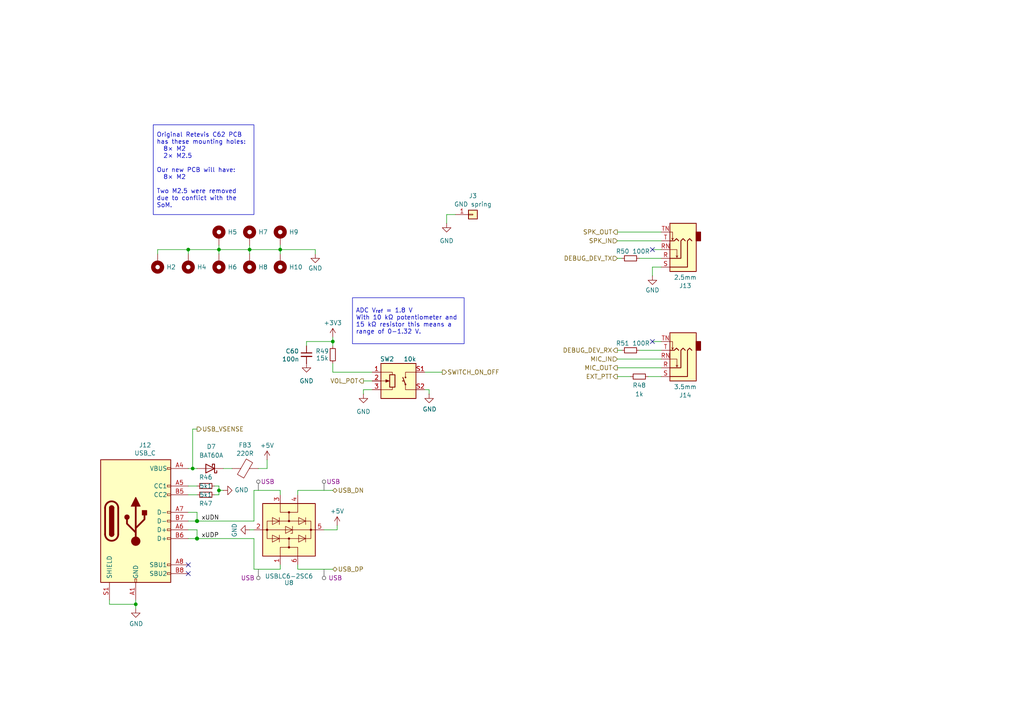
<source format=kicad_sch>
(kicad_sch (version 20250114) (generator "eeschema") (generator_version "9.0")
  (paper "A4")
  (title_block (title "LinHT - Linux-based SDR handheld transceiver") (date "26 July 2025") (rev "A") (company "M17 Foundation") (comment 1 "Author: Wojciech SP5WWP, Andy OE3ANC, Vlastimil OK5VAS"))
  (lib_symbols
    (symbol "Connector:USB_C_Receptacle_USB2.0_16P" (pin_names (offset 1.016))
      (property "Reference" "J" (at 0 22.225 0))
      (property "Value" "USB_C_Receptacle_USB2.0_16P" (at 0 19.685 0))
      (symbol "USB_C_Receptacle_USB2.0_16P_0_0"
        (rectangle (start -0.254 -17.78) (end 0.254 -16.764))
        (rectangle (start 10.16 15.494) (end 9.144 14.986))
        (rectangle (start 10.16 10.414) (end 9.144 9.906))
        (rectangle (start 10.16 7.874) (end 9.144 7.366))
        (rectangle (start 10.16 2.794) (end 9.144 2.286))
        (rectangle (start 10.16 0.254) (end 9.144 -0.254))
        (rectangle (start 10.16 -2.286) (end 9.144 -2.794))
        (rectangle (start 10.16 -4.826) (end 9.144 -5.334))
        (rectangle (start 10.16 -12.446) (end 9.144 -12.954))
        (rectangle (start 10.16 -14.986) (end 9.144 -15.494))
      )
      (symbol "USB_C_Receptacle_USB2.0_16P_0_1"
        (rectangle (start -10.16 17.78) (end 10.16 -17.78) (stroke (width 0.254)) (fill (type background)))
        (polyline (pts (xy -8.89 -3.81) (xy -8.89 3.81)) (stroke (width 0.508)))
        (rectangle (start -7.62 -3.81) (end -6.35 3.81) (stroke (width 0.254)) (fill (type outline)))
        (arc (start -7.62 3.81) (mid -6.985 4.4423) (end -6.35 3.81) (stroke (width 0.254)))
        (arc (start -7.62 3.81) (mid -6.985 4.4423) (end -6.35 3.81) (stroke (width 0.254)) (fill (type outline)))
        (arc (start -8.89 3.81) (mid -6.985 5.7067) (end -5.08 3.81) (stroke (width 0.508)))
        (arc (start -5.08 -3.81) (mid -6.985 -5.7067) (end -8.89 -3.81) (stroke (width 0.508)))
        (arc (start -6.35 -3.81) (mid -6.985 -4.4423) (end -7.62 -3.81) (stroke (width 0.254)))
        (arc (start -6.35 -3.81) (mid -6.985 -4.4423) (end -7.62 -3.81) (stroke (width 0.254)) (fill (type outline)))
        (polyline (pts (xy -5.08 3.81) (xy -5.08 -3.81)) (stroke (width 0.508)))
        (circle (center -2.54 1.143) (radius 0.635) (stroke (width 0.254)) (fill (type outline)))
        (polyline (pts (xy -1.27 4.318) (xy 0 6.858) (xy 1.27 4.318) (xy -1.27 4.318)) (stroke (width 0.254)) (fill (type outline)))
        (polyline (pts (xy 0 -2.032) (xy 2.54 0.508) (xy 2.54 1.778)) (stroke (width 0.508)))
        (polyline (pts (xy 0 -3.302) (xy -2.54 -0.762) (xy -2.54 0.508)) (stroke (width 0.508)))
        (polyline (pts (xy 0 -5.842) (xy 0 4.318)) (stroke (width 0.508)))
        (circle (center 0 -5.842) (radius 1.27) (fill (type outline)))
        (rectangle (start 1.905 1.778) (end 3.175 3.048) (stroke (width 0.254)) (fill (type outline)))
      )
      (symbol "USB_C_Receptacle_USB2.0_16P_1_1"
        (pin passive line (at -7.62 -22.86 90) (length 5.08) (name "SHIELD") (number "S1"))
        (pin passive line (at 0 -22.86 90) (length 5.08) (name "GND") (number "A1"))
        (pin passive line (at 0 -22.86 90) (length 5.08) (hide yes) (name "GND") (number "A12"))
        (pin passive line (at 0 -22.86 90) (length 5.08) (hide yes) (name "GND") (number "B1"))
        (pin passive line (at 0 -22.86 90) (length 5.08) (hide yes) (name "GND") (number "B12"))
        (pin passive line (at 15.24 15.24 180) (length 5.08) (name "VBUS") (number "A4"))
        (pin passive line (at 15.24 15.24 180) (length 5.08) (hide yes) (name "VBUS") (number "A9"))
        (pin passive line (at 15.24 15.24 180) (length 5.08) (hide yes) (name "VBUS") (number "B4"))
        (pin passive line (at 15.24 15.24 180) (length 5.08) (hide yes) (name "VBUS") (number "B9"))
        (pin bidirectional line (at 15.24 10.16 180) (length 5.08) (name "CC1") (number "A5"))
        (pin bidirectional line (at 15.24 7.62 180) (length 5.08) (name "CC2") (number "B5"))
        (pin bidirectional line (at 15.24 2.54 180) (length 5.08) (name "D-") (number "A7"))
        (pin bidirectional line (at 15.24 0 180) (length 5.08) (name "D-") (number "B7"))
        (pin bidirectional line (at 15.24 -2.54 180) (length 5.08) (name "D+") (number "A6"))
        (pin bidirectional line (at 15.24 -5.08 180) (length 5.08) (name "D+") (number "B6"))
        (pin bidirectional line (at 15.24 -12.7 180) (length 5.08) (name "SBU1") (number "A8"))
        (pin bidirectional line (at 15.24 -15.24 180) (length 5.08) (name "SBU2") (number "B8"))
      )
    )
    (symbol "Connector_Audio:AudioJack3_SwitchTR"
      (property "Reference" "J" (at 0 8.89 0))
      (property "Value" "AudioJack3_SwitchTR" (at 0 6.35 0))
      (symbol "AudioJack3_SwitchTR_0_1"
        (rectangle (start -5.08 -5.08) (end -6.35 -7.62) (stroke (width 0.254)) (fill (type outline)))
        (polyline (pts (xy -1.905 -5.08) (xy -1.27 -5.715) (xy -0.635 -5.08) (xy -0.635 0) (xy 2.54 0)) (stroke (width 0.254)))
        (polyline (pts (xy 0 -5.08) (xy 0.635 -5.715) (xy 1.27 -5.08) (xy 2.54 -5.08)) (stroke (width 0.254)))
        (polyline (pts (xy 0.508 -0.254) (xy 0.762 -0.762)))
        (polyline (pts (xy 1.778 -5.334) (xy 2.032 -5.842)))
        (rectangle (start 2.54 3.81) (end -5.08 -10.16) (stroke (width 0.254)) (fill (type background)))
        (polyline (pts (xy 2.54 2.54) (xy -2.54 2.54) (xy -2.54 -5.08) (xy -3.175 -5.715) (xy -3.81 -5.08)) (stroke (width 0.254)))
        (polyline (pts (xy 2.54 -2.54) (xy 0.508 -2.54) (xy 0.508 -0.254) (xy 0.254 -0.762)))
        (polyline (pts (xy 2.54 -7.62) (xy 1.778 -7.62) (xy 1.778 -5.334) (xy 1.524 -5.842)))
      )
      (symbol "AudioJack3_SwitchTR_1_1"
        (pin passive line (at 5.08 2.54 180) (length 2.54) (name "~") (number "S"))
        (pin passive line (at 5.08 0 180) (length 2.54) (name "~") (number "R"))
        (pin passive line (at 5.08 -2.54 180) (length 2.54) (name "~") (number "RN"))
        (pin passive line (at 5.08 -5.08 180) (length 2.54) (name "~") (number "T"))
        (pin passive line (at 5.08 -7.62 180) (length 2.54) (name "~") (number "TN"))
      )
    )
    (symbol "Connector_Generic:Conn_01x01" (pin_names (offset 1.016) (hide yes))
      (property "Reference" "J" (at 0 2.54 0))
      (property "Value" "Conn_01x01" (at 0 -2.54 0))
      (symbol "Conn_01x01_1_1"
        (rectangle (start -1.27 1.27) (end 1.27 -1.27) (stroke (width 0.254)) (fill (type background)))
        (rectangle (start -1.27 0.127) (end 0 -0.127) (stroke (width 0.1524)))
        (pin passive line (at -5.08 0 0) (length 3.81) (name "Pin_1") (number "1"))
      )
    )
    (symbol "Device:C_Small" (pin_numbers (hide yes)) (pin_names (offset 0.254) (hide yes))
      (property "Reference" "C" (at 0.254 1.778 0))
      (property "Value" "C_Small" (at 0.254 -2.032 0))
      (symbol "C_Small_0_1"
        (polyline (pts (xy -1.524 0.508) (xy 1.524 0.508)) (stroke (width 0.3048)))
        (polyline (pts (xy -1.524 -0.508) (xy 1.524 -0.508)) (stroke (width 0.3302)))
      )
      (symbol "C_Small_1_1"
        (pin passive line (at 0 2.54 270) (length 2.032) (name "~") (number "1"))
        (pin passive line (at 0 -2.54 90) (length 2.032) (name "~") (number "2"))
      )
    )
    (symbol "Device:FerriteBead" (pin_numbers (hide yes)) (pin_names (offset 0))
      (property "Reference" "FB" (at -3.81 0.635 90))
      (property "Value" "FerriteBead" (at 3.81 0 90))
      (symbol "FerriteBead_0_1"
        (polyline (pts (xy -2.7686 0.4064) (xy -1.7018 2.2606) (xy 2.7686 -0.3048) (xy 1.6764 -2.159) (xy -2.7686 0.4064)))
        (polyline (pts (xy 0 1.27) (xy 0 1.2954)))
        (polyline (pts (xy 0 -1.27) (xy 0 -1.2192)))
      )
      (symbol "FerriteBead_1_1"
        (pin passive line (at 0 3.81 270) (length 2.54) (name "~") (number "1"))
        (pin passive line (at 0 -3.81 90) (length 2.54) (name "~") (number "2"))
      )
    )
    (symbol "Device:R_Small" (pin_numbers (hide yes)) (pin_names (offset 0.254) (hide yes))
      (property "Reference" "R" (at 0 0 90))
      (property "Value" "R_Small" (at 1.778 0 90))
      (symbol "R_Small_0_1"
        (rectangle (start -0.762 1.778) (end 0.762 -1.778) (stroke (width 0.2032)))
      )
      (symbol "R_Small_1_1"
        (pin passive line (at 0 2.54 270) (length 0.762) (name "~") (number "1"))
        (pin passive line (at 0 -2.54 90) (length 0.762) (name "~") (number "2"))
      )
    )
    (symbol "Diode:BAT60A" (pin_numbers (hide yes)) (pin_names (offset 1.016) (hide yes))
      (property "Reference" "D" (at 0 2.54 0))
      (property "Value" "BAT60A" (at 0 -2.54 0))
      (symbol "BAT60A_0_1"
        (polyline (pts (xy -1.905 0.635) (xy -1.905 1.27) (xy -1.27 1.27) (xy -1.27 -1.27) (xy -0.635 -1.27) (xy -0.635 -0.635)) (stroke (width 0.254)))
        (polyline (pts (xy 1.27 1.27) (xy 1.27 -1.27) (xy -1.27 0) (xy 1.27 1.27)) (stroke (width 0.254)))
        (polyline (pts (xy 1.27 0) (xy -1.27 0)))
      )
      (symbol "BAT60A_1_1"
        (pin passive line (at -3.81 0 0) (length 2.54) (name "K") (number "1"))
        (pin passive line (at 3.81 0 180) (length 2.54) (name "A") (number "2"))
      )
    )
    (symbol "Mechanical:MountingHole_Pad" (pin_numbers (hide yes)) (pin_names (offset 1.016) (hide yes)) (in_bom no)
      (property "Reference" "H" (at 0 6.35 0))
      (property "Value" "MountingHole_Pad" (at 0 4.445 0))
      (symbol "MountingHole_Pad_0_1"
        (circle (center 0 1.27) (radius 1.27) (stroke (width 1.27)))
      )
      (symbol "MountingHole_Pad_1_1"
        (pin input line (at 0 -2.54 90) (length 2.54) (name "1") (number "1"))
      )
    )
    (symbol "Power_Protection:USBLC6-2SC6" (pin_names (hide yes))
      (property "Reference" "U" (at 2.54 8.89 0))
      (property "Value" "USBLC6-2SC6" (at 2.54 -8.89 0))
      (symbol "USBLC6-2SC6_0_1"
        (rectangle (start -7.62 -7.62) (end 7.62 7.62) (stroke (width 0.254)) (fill (type background)))
        (polyline (pts (xy -5.08 2.54) (xy -7.62 2.54)))
        (circle (center -5.08 0) (radius 0.254) (fill (type outline)))
        (polyline (pts (xy -5.08 0) (xy -5.08 -2.54)))
        (polyline (pts (xy -5.08 -2.54) (xy -7.62 -2.54)))
        (polyline (pts (xy -3.556 2.794) (xy -1.524 2.794) (xy -2.54 4.826) (xy -3.556 2.794)))
        (polyline (pts (xy -3.556 -4.826) (xy -1.524 -4.826) (xy -2.54 -2.794) (xy -3.556 -4.826)))
        (rectangle (start -2.54 6.35) (end 2.54 -6.35))
        (circle (center -2.54 0) (radius 0.254) (fill (type outline)))
        (polyline (pts (xy -2.54 0) (xy -5.08 0) (xy -5.08 2.54)))
        (polyline (pts (xy -1.524 4.826) (xy -3.556 4.826)))
        (polyline (pts (xy -1.524 -2.794) (xy -3.556 -2.794)))
        (polyline (pts (xy -1.016 -1.016) (xy 1.016 -1.016) (xy 0 1.016) (xy -1.016 -1.016)))
        (circle (center 0 6.35) (radius 0.254) (fill (type outline)))
        (polyline (pts (xy 0 6.35) (xy 0 7.62)))
        (polyline (pts (xy 0 1.27) (xy 0 6.35)))
        (polyline (pts (xy 0 -6.35) (xy 0 1.27)))
        (circle (center 0 -6.35) (radius 0.254) (fill (type outline)))
        (polyline (pts (xy 0 -7.62) (xy 0 -6.35)))
        (polyline (pts (xy 1.016 1.016) (xy 0.762 1.016) (xy -1.016 1.016) (xy -1.016 0.508)))
        (polyline (pts (xy 1.524 4.826) (xy 3.556 4.826)))
        (polyline (pts (xy 1.524 -2.794) (xy 3.556 -2.794)))
        (polyline (pts (xy 2.54 0) (xy 5.08 0) (xy 5.08 2.54)))
        (circle (center 2.54 0) (radius 0.254) (fill (type outline)))
        (polyline (pts (xy 3.556 2.794) (xy 1.524 2.794) (xy 2.54 4.826) (xy 3.556 2.794)))
        (polyline (pts (xy 3.556 -4.826) (xy 1.524 -4.826) (xy 2.54 -2.794) (xy 3.556 -4.826)))
        (polyline (pts (xy 5.08 2.54) (xy 7.62 2.54)))
        (polyline (pts (xy 5.08 0) (xy 5.08 -2.54)))
        (circle (center 5.08 0) (radius 0.254) (fill (type outline)))
        (polyline (pts (xy 5.08 -2.54) (xy 7.62 -2.54)))
      )
      (symbol "USBLC6-2SC6_1_1"
        (pin passive line (at -10.16 2.54 0) (length 2.54) (name "I/O1") (number "6"))
        (pin passive line (at -10.16 -2.54 0) (length 2.54) (name "I/O1") (number "1"))
        (pin passive line (at 0 10.16 270) (length 2.54) (name "VBUS") (number "5"))
        (pin passive line (at 0 -10.16 90) (length 2.54) (name "GND") (number "2"))
        (pin passive line (at 10.16 2.54 180) (length 2.54) (name "I/O2") (number "4"))
        (pin passive line (at 10.16 -2.54 180) (length 2.54) (name "I/O2") (number "3"))
      )
    )
    (symbol "parts:Potentiometer_Switch" (pin_names (hide yes))
      (property "Reference" "SW" (at 7.62 6.096 0))
      (symbol "Potentiometer_Switch_0_1"
        (rectangle (start 2.54 5.08) (end 12.7 -5.08) (stroke (width 0.254)) (fill (type background)))
        (polyline (pts (xy 2.54 2.54) (xy 5.842 2.54) (xy 5.842 1.778)))
        (polyline (pts (xy 2.54 0) (xy 4.064 0)))
        (polyline (pts (xy 2.54 -2.54) (xy 5.842 -2.54) (xy 5.842 -1.778)))
        (polyline (pts (xy 4.699 0) (xy 4.953 0) (xy 3.937 -0.381) (xy 3.937 0.381) (xy 4.953 0) (xy 4.699 0)) (fill (type outline)))
        (rectangle (start 6.604 1.8034) (end 5.08 -1.8034) (stroke (width 0.254)))
        (polyline (pts (xy 8.89 1.016) (xy 9.652 -1.016)) (stroke (width 0.254)))
        (polyline (pts (xy 9.144 0) (xy 8.763 0)) (stroke (width 0.254)))
        (circle (center 9.652 1.016) (radius 0.127) (stroke (width 0.254)))
        (circle (center 9.652 -1.016) (radius 0.127) (stroke (width 0.254)))
      )
      (symbol "Potentiometer_Switch_1_1"
        (polyline (pts (xy 12.7 2.54) (xy 9.652 2.54) (xy 9.652 1.016)))
        (polyline (pts (xy 12.7 -2.54) (xy 9.652 -2.54) (xy 9.652 -1.016)))
        (pin passive line (at 0 2.54 0) (length 2.54) (name "1") (number "1"))
        (pin passive line (at 0 0 0) (length 2.54) (name "2") (number "2"))
        (pin passive line (at 0 -2.54 0) (length 2.54) (name "3") (number "3"))
        (pin passive line (at 15.24 2.54 180) (length 2.54) (name "S1") (number "S1"))
        (pin passive line (at 15.24 -2.54 180) (length 2.54) (name "S2") (number "S2"))
      )
    )
    (symbol "power:+3V3" (power) (pin_numbers (hide yes)) (pin_names (offset 0) (hide yes))
      (property "Value" "+3V3" (at 0 3.556 0))
      (symbol "+3V3_0_1"
        (polyline (pts (xy -0.762 1.27) (xy 0 2.54)))
        (polyline (pts (xy 0 2.54) (xy 0.762 1.27)))
        (polyline (pts (xy 0 0) (xy 0 2.54)))
      )
      (symbol "+3V3_1_1"
        (pin power_in line (at 0 0 90) (length 0) (name "~") (number "1"))
      )
    )
    (symbol "power:+5V" (power) (pin_numbers (hide yes)) (pin_names (offset 0) (hide yes))
      (property "Value" "+5V" (at 0 3.556 0))
      (symbol "+5V_0_1"
        (polyline (pts (xy -0.762 1.27) (xy 0 2.54)))
        (polyline (pts (xy 0 2.54) (xy 0.762 1.27)))
        (polyline (pts (xy 0 0) (xy 0 2.54)))
      )
      (symbol "+5V_1_1"
        (pin power_in line (at 0 0 90) (length 0) (name "~") (number "1"))
      )
    )
    (symbol "power:GND" (power) (pin_numbers (hide yes)) (pin_names (offset 0) (hide yes))
      (property "Value" "GND" (at 0 -3.81 0))
      (symbol "GND_0_1"
        (polyline (pts (xy 0 0) (xy 0 -1.27) (xy 1.27 -1.27) (xy 0 -2.54) (xy -1.27 -1.27) (xy 0 -1.27)))
      )
      (symbol "GND_1_1"
        (pin power_in line (at 0 0 270) (length 0) (name "~") (number "1"))
      )
    )
  )
  (text_box "ADC V_{ref} = 1.8 V\nWith 10 kΩ potentiometer and\n15 kΩ resistor this means a\nrange of 0-1.32 V." (at 102.235 86.36 0) (size 32.385 13.335) (margins 0.9525 0.9525 0.9525 0.9525) (effects (font (size 1.27 1.27)) (justify left)))
  (text_box "Original Retevis C62 PCB has these mounting holes:\n  8× M2\n  2× M2.5\n\nOur new PCB will have:\n  8× M2\n\nTwo M2.5 were removed due to conflict with the SoM." (at 44.45 36.195 0) (size 29.21 26.035) (margins 0.9525 0.9525 0.9525 0.9525) (effects (font (size 1.27 1.27)) (justify left)))
  (junction (at 63.5 142.24))
  (junction (at 96.52 99.06))
  (junction (at 72.39 72.39))
  (junction (at 81.28 72.39))
  (junction (at 57.15 156.21) (diameter 1.016))
  (junction (at 63.5 72.39))
  (junction (at 39.37 175.26))
  (junction (at 54.61 72.39))
  (junction (at 57.15 151.13) (diameter 1.016))
  (junction (at 55.88 135.89))
  (no_connect (at 189.23 72.39))
  (no_connect (at 189.23 99.06))
  (no_connect (at 54.61 166.37))
  (no_connect (at 54.61 163.83))
  (wire (pts (xy 57.15 153.67) (xy 57.15 156.21)))
  (wire (pts (xy 81.28 142.24) (xy 81.28 143.51)))
  (wire (pts (xy 187.96 109.22) (xy 191.77 109.22)))
  (wire (pts (xy 57.15 124.46) (xy 55.88 124.46)))
  (wire (pts (xy 81.28 71.12) (xy 81.28 72.39)))
  (wire (pts (xy 45.72 72.39) (xy 45.72 73.66)))
  (wire (pts (xy 31.75 173.99) (xy 31.75 175.26)))
  (wire (pts (xy 189.23 99.06) (xy 191.77 99.06)))
  (wire (pts (xy 77.47 133.35) (xy 77.47 135.89)))
  (wire (pts (xy 107.95 113.03) (xy 105.41 113.03)))
  (wire (pts (xy 96.52 99.06) (xy 96.52 100.33)))
  (wire (pts (xy 31.75 175.26) (xy 39.37 175.26)))
  (wire (pts (xy 185.42 101.6) (xy 191.77 101.6)))
  (wire (pts (xy 73.66 142.24) (xy 73.66 151.13)))
  (wire (pts (xy 86.36 165.1) (xy 96.52 165.1)))
  (wire (pts (xy 54.61 140.97) (xy 57.15 140.97)))
  (wire (pts (xy 93.98 153.67) (xy 97.79 153.67)))
  (wire (pts (xy 54.61 72.39) (xy 54.61 73.66)))
  (wire (pts (xy 54.61 72.39) (xy 63.5 72.39)))
  (wire (pts (xy 63.5 72.39) (xy 72.39 72.39)))
  (wire (pts (xy 86.36 165.1) (xy 86.36 163.83)))
  (wire (pts (xy 105.41 113.03) (xy 105.41 114.3)))
  (wire (pts (xy 74.93 135.89) (xy 77.47 135.89)))
  (wire (pts (xy 191.77 77.47) (xy 189.23 77.47)))
  (wire (pts (xy 54.61 148.59) (xy 57.15 148.59)))
  (wire (pts (xy 179.07 67.31) (xy 191.77 67.31)))
  (wire (pts (xy 54.61 135.89) (xy 55.88 135.89)))
  (wire (pts (xy 54.61 151.13) (xy 57.15 151.13)))
  (wire (pts (xy 81.28 72.39) (xy 81.28 73.66)))
  (wire (pts (xy 54.61 156.21) (xy 57.15 156.21)))
  (wire (pts (xy 96.52 99.06) (xy 88.9 99.06)))
  (wire (pts (xy 73.66 142.24) (xy 81.28 142.24)))
  (wire (pts (xy 63.5 140.97) (xy 63.5 142.24)))
  (wire (pts (xy 189.23 72.39) (xy 191.77 72.39)))
  (wire (pts (xy 96.52 97.79) (xy 96.52 99.06)))
  (wire (pts (xy 62.23 140.97) (xy 63.5 140.97)))
  (wire (pts (xy 54.61 153.67) (xy 57.15 153.67)))
  (wire (pts (xy 179.07 104.14) (xy 191.77 104.14)))
  (wire (pts (xy 189.23 77.47) (xy 189.23 80.01)))
  (wire (pts (xy 72.39 153.67) (xy 73.66 153.67)))
  (wire (pts (xy 86.36 142.24) (xy 96.52 142.24)))
  (wire (pts (xy 63.5 71.12) (xy 63.5 72.39)))
  (wire (pts (xy 179.07 106.68) (xy 191.77 106.68)))
  (wire (pts (xy 86.36 142.24) (xy 86.36 143.51)))
  (wire (pts (xy 123.19 113.03) (xy 124.46 113.03)))
  (wire (pts (xy 123.19 107.95) (xy 128.27 107.95)))
  (wire (pts (xy 57.15 148.59) (xy 57.15 151.13)))
  (wire (pts (xy 105.41 110.49) (xy 107.95 110.49)))
  (wire (pts (xy 107.95 107.95) (xy 96.52 107.95)))
  (wire (pts (xy 55.88 124.46) (xy 55.88 135.89)))
  (wire (pts (xy 91.44 72.39) (xy 91.44 73.66)))
  (wire (pts (xy 96.52 107.95) (xy 96.52 105.41)))
  (wire (pts (xy 72.39 72.39) (xy 72.39 73.66)))
  (wire (pts (xy 57.15 156.21) (xy 73.66 156.21)))
  (wire (pts (xy 88.9 99.06) (xy 88.9 100.33)))
  (wire (pts (xy 63.5 143.51) (xy 62.23 143.51)))
  (wire (pts (xy 124.46 113.03) (xy 124.46 114.3)))
  (wire (pts (xy 64.77 135.89) (xy 67.31 135.89)))
  (wire (pts (xy 132.08 62.23) (xy 129.54 62.23)))
  (wire (pts (xy 179.07 109.22) (xy 182.88 109.22)))
  (wire (pts (xy 179.07 101.6) (xy 180.34 101.6)))
  (wire (pts (xy 45.72 72.39) (xy 54.61 72.39)))
  (wire (pts (xy 179.07 69.85) (xy 191.77 69.85)))
  (wire (pts (xy 72.39 71.12) (xy 72.39 72.39)))
  (wire (pts (xy 55.88 135.89) (xy 57.15 135.89)))
  (wire (pts (xy 63.5 142.24) (xy 64.77 142.24)))
  (wire (pts (xy 185.42 74.93) (xy 191.77 74.93)))
  (wire (pts (xy 73.66 156.21) (xy 73.66 165.1)))
  (wire (pts (xy 73.66 165.1) (xy 81.28 165.1)))
  (wire (pts (xy 129.54 62.23) (xy 129.54 64.77)))
  (wire (pts (xy 72.39 72.39) (xy 81.28 72.39)))
  (wire (pts (xy 63.5 72.39) (xy 63.5 73.66)))
  (wire (pts (xy 81.28 165.1) (xy 81.28 163.83)))
  (wire (pts (xy 57.15 151.13) (xy 73.66 151.13)))
  (wire (pts (xy 39.37 175.26) (xy 39.37 176.53)))
  (wire (pts (xy 81.28 72.39) (xy 91.44 72.39)))
  (wire (pts (xy 97.79 153.67) (xy 97.79 152.4)))
  (wire (pts (xy 179.07 74.93) (xy 180.34 74.93)))
  (wire (pts (xy 63.5 142.24) (xy 63.5 143.51)))
  (wire (pts (xy 54.61 143.51) (xy 57.15 143.51)))
  (wire (pts (xy 39.37 175.26) (xy 39.37 173.99)))
  (label "xUDP" (at 58.42 156.21 0))
  (label "xUDN" (at 58.42 151.13 0))
  (hierarchical_label "SPK_IN" (shape input) (at 179.07 69.85 180))
  (hierarchical_label "VOL_POT" (shape output) (at 105.41 110.49 180))
  (hierarchical_label "MIC_OUT" (shape output) (at 179.07 106.68 180))
  (hierarchical_label "SWITCH_ON_OFF" (shape output) (at 128.27 107.95 0))
  (hierarchical_label "USB_VSENSE" (shape output) (at 57.15 124.46 0))
  (hierarchical_label "MIC_IN" (shape input) (at 179.07 104.14 180))
  (hierarchical_label "SPK_OUT" (shape output) (at 179.07 67.31 180))
  (hierarchical_label "DEBUG_DEV_TX" (shape input) (at 179.07 74.93 180))
  (hierarchical_label "USB_DN" (shape bidirectional) (at 96.52 142.24 0))
  (hierarchical_label "EXT_PTT" (shape output) (at 179.07 109.22 180))
  (hierarchical_label "USB_DP" (shape bidirectional) (at 96.52 165.1 0))
  (hierarchical_label "DEBUG_DEV_RX" (shape output) (at 179.07 101.6 180))
  (netclass_flag "" (length 2.54) (shape round) (at 74.93 142.24 0) (property "Netclass" "USB" (at 75.6285 139.7 0) (effects (justify left))))
  (netclass_flag "" (length 2.54) (shape round) (at 93.98 165.1 180) (property "Netclass" "USB" (at 95.25 167.64 0) (effects (justify left))))
  (netclass_flag "" (length 2.54) (shape round) (at 74.93 165.1 180) (property "Netclass" "USB" (at 69.85 167.64 0) (effects (justify left))))
  (netclass_flag "" (length 2.54) (shape round) (at 93.98 142.24 0) (property "Netclass" "USB" (at 94.6785 139.7 0) (effects (justify left))))
  (symbol (lib_id "Device:R_Small") (at 96.52 102.87 0) (unit 1)
    (property "Reference" "R49" (at 93.472 101.854 0))
    (property "Value" "15k" (at 93.472 103.886 0))
    (property "Footprint" "Resistor_SMD:R_0402_1005Metric" (effects (hide yes)))
    (property "Description" "Resistor, small symbol" (effects (hide yes)))
  )
  (symbol (lib_id "Device:R_Small") (at 59.69 140.97 270) (unit 1)
    (property "Reference" "R46" (at 59.69 138.43 90))
    (property "Value" "5k1" (at 59.69 140.97 90))
    (property "Footprint" "Resistor_SMD:R_0402_1005Metric" (effects (hide yes)))
    (property "Description" "Resistor, small symbol" (effects (hide yes)))
  )
  (symbol (lib_id "Device:R_Small") (at 59.69 143.51 270) (unit 1)
    (property "Reference" "R47" (at 59.69 146.05 90))
    (property "Value" "5k1" (at 59.69 143.51 90))
    (property "Footprint" "Resistor_SMD:R_0402_1005Metric" (effects (hide yes)))
    (property "Description" "Resistor, small symbol" (effects (hide yes)))
  )
  (symbol (lib_id "power:GND") (at 91.44 73.66 0) (unit 1)
    (property "Reference" "#PWR0100" (effects (hide yes)))
    (property "Value" "GND" (at 91.44 77.7931 0))
    (property "Description" "Power symbol creates a global label with name \"GND\" , ground" (effects (hide yes)))
  )
  (symbol (lib_id "power:GND") (at 105.41 114.3 0) (mirror y) (unit 1)
    (property "Reference" "#PWR0103" (effects (hide yes)))
    (property "Value" "GND" (at 105.41 119.38 0))
    (property "Description" "Power symbol creates a global label with name \"GND\" , ground" (effects (hide yes)))
  )
  (symbol (lib_id "power:GND") (at 72.39 153.67 270) (unit 1)
    (property "Reference" "#PWR098" (effects (hide yes)))
    (property "Value" "GND" (at 67.9958 153.797 0))
    (property "Description" "Power symbol creates a global label with name \"GND\" , ground" (effects (hide yes)))
  )
  (symbol (lib_id "Mechanical:MountingHole_Pad") (at 45.72 76.2 180) (unit 1) (in_bom no)
    (property "Reference" "H2" (at 48.26 77.4699 0) (effects (justify right)))
    (property "Value" "MountingHole_Pad" (effects (hide yes)))
    (property "Footprint" "MountingHole:MountingHole_2.2mm_M2_DIN965_Pad" (effects (hide yes)))
    (property "Description" "Mounting Hole with connection" (effects (hide yes)))
  )
  (symbol (lib_id "power:GND") (at 124.46 114.3 0) (unit 1)
    (property "Reference" "#PWR0107" (effects (hide yes)))
    (property "Value" "GND" (at 124.587 118.6942 0))
    (property "Description" "Power symbol creates a global label with name \"GND\" , ground" (effects (hide yes)))
  )
  (symbol (lib_id "Mechanical:MountingHole_Pad") (at 54.61 76.2 180) (unit 1) (in_bom no)
    (property "Reference" "H4" (at 57.15 77.4699 0) (effects (justify right)))
    (property "Value" "MountingHole_Pad" (effects (hide yes)))
    (property "Footprint" "MountingHole:MountingHole_2.2mm_M2_DIN965_Pad" (effects (hide yes)))
    (property "Description" "Mounting Hole with connection" (effects (hide yes)))
  )
  (symbol (lib_id "power:GND") (at 88.9 105.41 0) (mirror y) (unit 1)
    (property "Reference" "#PWR0105" (effects (hide yes)))
    (property "Value" "GND" (at 88.9 110.49 0))
    (property "Description" "Power symbol creates a global label with name \"GND\" , ground" (effects (hide yes)))
  )
  (symbol (lib_id "Diode:BAT60A") (at 60.96 135.89 180) (unit 1)
    (property "Reference" "D7" (at 61.2775 129.54 0))
    (property "Value" "BAT60A" (at 61.2775 132.08 0))
    (property "Footprint" "Diode_SMD:D_SOD-323" (effects (hide yes)))
    (property "Datasheet" "https://www.infineon.com/dgdl/Infineon-BAT60ASERIES-DS-v01_01-en.pdf?fileId=db3a304313d846880113def70c9304a9" (effects (hide yes)))
  )
  (symbol (lib_id "power:GND") (at 64.77 142.24 90) (unit 1)
    (property "Reference" "#PWR097" (effects (hide yes)))
    (property "Value" "GND" (at 68.0212 142.113 90) (effects (justify right)))
    (property "Description" "Power symbol creates a global label with name \"GND\" , ground" (effects (hide yes)))
  )
  (symbol (lib_id "Mechanical:MountingHole_Pad") (at 72.39 68.58 0) (unit 1) (in_bom no)
    (property "Reference" "H7" (at 74.93 67.3099 0) (effects (justify left)))
    (property "Value" "MountingHole_Pad" (effects (hide yes)))
    (property "Footprint" "MountingHole:MountingHole_2.2mm_M2_DIN965_Pad" (effects (hide yes)))
    (property "Description" "Mounting Hole with connection" (effects (hide yes)))
  )
  (symbol (lib_id "Device:R_Small") (at 182.88 101.6 270) (unit 1)
    (property "Reference" "R51" (at 180.594 99.568 90))
    (property "Value" "100R" (at 185.928 99.568 90))
    (property "Footprint" "Resistor_SMD:R_0402_1005Metric" (effects (hide yes)))
    (property "Description" "Resistor, small symbol" (effects (hide yes)))
  )
  (symbol (lib_id "Mechanical:MountingHole_Pad") (at 81.28 76.2 180) (unit 1) (in_bom no)
    (property "Reference" "H10" (at 83.82 77.4699 0) (effects (justify right)))
    (property "Value" "MountingHole_Pad" (effects (hide yes)))
    (property "Footprint" "MountingHole:MountingHole_2.2mm_M2_DIN965_Pad" (effects (hide yes)))
    (property "Description" "Mounting Hole with connection" (effects (hide yes)))
  )
  (symbol (lib_id "power:+5V") (at 77.47 133.35 0) (unit 1)
    (property "Reference" "#PWR099" (effects (hide yes)))
    (property "Value" "+5V" (at 77.47 129.2169 0))
    (property "Description" "Power symbol creates a global label with name \"+5V\"" (effects (hide yes)))
  )
  (symbol (lib_id "Device:R_Small") (at 185.42 109.22 90) (unit 1)
    (property "Reference" "R48" (at 185.42 111.76 90))
    (property "Value" "1k" (at 185.42 114.3 90))
    (property "Footprint" "Resistor_SMD:R_0402_1005Metric" (effects (hide yes)))
    (property "Description" "Resistor, small symbol" (effects (hide yes)))
  )
  (symbol (lib_id "parts:Potentiometer_Switch") (at 107.95 110.49 0) (unit 1)
    (property "Reference" "SW2" (at 112.268 104.14 0))
    (property "Value" "10k" (at 118.872 104.14 0))
    (property "Footprint" "parts:Connector_08x09mm_pot_switch" (effects (hide yes)))
    (property "Description" "Potentiometer with a SPST switch." (effects (hide yes)))
  )
  (symbol (lib_id "Mechanical:MountingHole_Pad") (at 72.39 76.2 180) (unit 1) (in_bom no)
    (property "Reference" "H8" (at 74.93 77.4699 0) (effects (justify right)))
    (property "Value" "MountingHole_Pad" (effects (hide yes)))
    (property "Footprint" "MountingHole:MountingHole_2.2mm_M2_DIN965_Pad" (effects (hide yes)))
    (property "Description" "Mounting Hole with connection" (effects (hide yes)))
  )
  (symbol (lib_id "Connector_Audio:AudioJack3_SwitchTR") (at 196.85 74.93 180) (unit 1)
    (property "Reference" "J13" (at 198.755 82.8845 0))
    (property "Value" "2.5mm" (at 198.755 80.4602 0))
    (property "Footprint" "parts:Jack_2.5mm_PJ-204_nodrill_Horizontal" (effects (hide yes)))
    (property "Description" "Audio Jack, 3 Poles (Stereo / TRS), Switched TR Poles (Normalling)" (effects (hide yes)))
  )
  (symbol (lib_id "Device:R_Small") (at 182.88 74.93 270) (unit 1)
    (property "Reference" "R50" (at 180.594 72.898 90))
    (property "Value" "100R" (at 185.928 72.898 90))
    (property "Footprint" "Resistor_SMD:R_0402_1005Metric" (effects (hide yes)))
    (property "Description" "Resistor, small symbol" (effects (hide yes)))
  )
  (symbol (lib_id "Device:FerriteBead") (at 71.12 135.89 90) (unit 1)
    (property "Reference" "FB3" (at 71.0692 129.1039 90))
    (property "Value" "220R" (at 71.0692 131.5282 90))
    (property "Footprint" "Inductor_SMD:L_0805_2012Metric" (effects (hide yes)))
    (property "Description" "Ferrite bead" (effects (hide yes)))
  )
  (symbol (lib_id "Power_Protection:USBLC6-2SC6") (at 83.82 153.67 270) (mirror x) (unit 1)
    (property "Reference" "U8" (at 83.82 169.037 90))
    (property "Value" "USBLC6-2SC6" (at 83.82 167.132 90))
    (property "Footprint" "Package_TO_SOT_SMD:SOT-23-6" (effects (hide yes)))
    (property "Datasheet" "https://www.st.com/resource/en/datasheet/usblc6-2.pdf" (effects (hide yes)))
    (property "MPN" "USBLC6-2-SC6" (effects (hide yes)))
    (property "PN" "C7519" (effects (hide yes)))
  )
  (symbol (lib_id "power:GND") (at 39.37 176.53 0) (unit 1)
    (property "Reference" "#PWR096" (effects (hide yes)))
    (property "Value" "GND" (at 39.497 180.9242 0))
    (property "Description" "Power symbol creates a global label with name \"GND\" , ground" (effects (hide yes)))
  )
  (symbol (lib_id "Mechanical:MountingHole_Pad") (at 63.5 76.2 180) (unit 1) (in_bom no)
    (property "Reference" "H6" (at 66.04 77.4699 0) (effects (justify right)))
    (property "Value" "MountingHole_Pad" (effects (hide yes)))
    (property "Footprint" "MountingHole:MountingHole_2.2mm_M2_DIN965_Pad" (effects (hide yes)))
    (property "Description" "Mounting Hole with connection" (effects (hide yes)))
  )
  (symbol (lib_id "Mechanical:MountingHole_Pad") (at 81.28 68.58 0) (unit 1) (in_bom no)
    (property "Reference" "H9" (at 83.82 67.3099 0) (effects (justify left)))
    (property "Value" "MountingHole_Pad" (effects (hide yes)))
    (property "Footprint" "MountingHole:MountingHole_2.2mm_M2_DIN965_Pad" (effects (hide yes)))
    (property "Description" "Mounting Hole with connection" (effects (hide yes)))
  )
  (symbol (lib_id "power:+3V3") (at 96.52 97.79 0) (unit 1)
    (property "Reference" "#PWR0108" (effects (hide yes)))
    (property "Value" "+3V3" (at 96.52 93.6569 0))
    (property "Description" "Power symbol creates a global label with name \"+3V3\"" (effects (hide yes)))
  )
  (symbol (lib_id "power:GND") (at 129.54 64.77 0) (mirror y) (unit 1)
    (property "Reference" "#PWR055" (effects (hide yes)))
    (property "Value" "GND" (at 129.54 69.85 0))
    (property "Description" "Power symbol creates a global label with name \"GND\" , ground" (effects (hide yes)))
  )
  (symbol (lib_id "power:GND") (at 189.23 80.01 0) (unit 1)
    (property "Reference" "#PWR0102" (effects (hide yes)))
    (property "Value" "GND" (at 189.23 84.1431 0))
    (property "Description" "Power symbol creates a global label with name \"GND\" , ground" (effects (hide yes)))
  )
  (symbol (lib_id "Device:C_Small") (at 88.9 102.87 0) (unit 1)
    (property "Reference" "C60" (at 82.804 101.854 0) (effects (justify left)))
    (property "Value" "100n" (at 81.788 104.1654 0) (effects (justify left)))
    (property "Footprint" "Capacitor_SMD:C_0402_1005Metric" (effects (hide yes)))
  )
  (symbol (lib_id "power:+5V") (at 97.79 152.4 0) (unit 1)
    (property "Reference" "#PWR0101" (effects (hide yes)))
    (property "Value" "+5V" (at 97.79 148.2669 0))
    (property "Description" "Power symbol creates a global label with name \"+5V\"" (effects (hide yes)))
  )
  (symbol (lib_id "Connector:USB_C_Receptacle_USB2.0_16P") (at 39.37 151.13 0) (unit 1)
    (property "Reference" "J12" (at 42.0878 129.1082 0))
    (property "Value" "USB_C" (at 42.0878 131.4196 0))
    (property "Footprint" "Connector_USB:USB_C_Receptacle_HRO_TYPE-C-31-M-12" (effects (hide yes)))
    (property "Datasheet" "https://www.usb.org/sites/default/files/documents/usb_type-c.zip" (effects (hide yes)))
    (property "Description" "USB 2.0-only 16P Type-C Receptacle connector" (effects (hide yes)))
    (property "PN" "C165948" (effects (hide yes)))
    (property "MPN" "TYPE-C-31-M-12" (effects (hide yes)))
  )
  (symbol (lib_id "Mechanical:MountingHole_Pad") (at 63.5 68.58 0) (unit 1) (in_bom no)
    (property "Reference" "H5" (at 66.04 67.3099 0) (effects (justify left)))
    (property "Value" "MountingHole_Pad" (effects (hide yes)))
    (property "Footprint" "MountingHole:MountingHole_2.2mm_M2_DIN965_Pad" (effects (hide yes)))
    (property "Description" "Mounting Hole with connection" (effects (hide yes)))
  )
  (symbol (lib_id "Connector_Generic:Conn_01x01") (at 137.16 62.23 0) (mirror x) (unit 1)
    (property "Reference" "J3" (at 137.16 56.8155 0))
    (property "Value" "GND spring" (at 137.16 59.2398 0))
    (property "Footprint" "TestPoint:TestPoint_Pad_D4.0mm" (effects (hide yes)))
    (property "Description" "Generic connector, single row, 01x01, script generated (kicad-library-utils/schlib/autogen/connector/)" (effects (hide yes)))
  )
  (symbol (lib_id "Connector_Audio:AudioJack3_SwitchTR") (at 196.85 106.68 180) (unit 1)
    (property "Reference" "J14" (at 198.755 114.6345 0))
    (property "Value" "3.5mm" (at 198.755 112.2102 0))
    (property "Footprint" "parts:Jack_3.5mm_CUI_SJ1-3525N_Modified" (effects (hide yes)))
    (property "Description" "Audio Jack, 3 Poles (Stereo / TRS), Switched TR Poles (Normalling)" (effects (hide yes)))
  )
)
</source>
